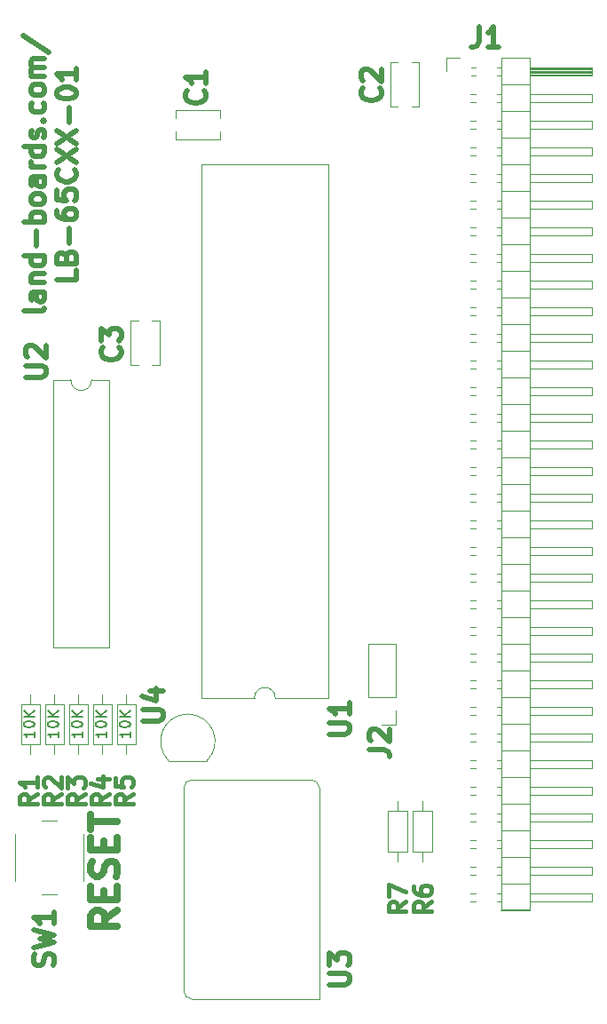
<source format=gto>
G04 #@! TF.GenerationSoftware,KiCad,Pcbnew,(7.0.0)*
G04 #@! TF.CreationDate,2024-08-22T13:09:56-04:00*
G04 #@! TF.ProjectId,LB-65CXX-01,4c422d36-3543-4585-982d-30312e6b6963,1*
G04 #@! TF.SameCoordinates,Original*
G04 #@! TF.FileFunction,Legend,Top*
G04 #@! TF.FilePolarity,Positive*
%FSLAX46Y46*%
G04 Gerber Fmt 4.6, Leading zero omitted, Abs format (unit mm)*
G04 Created by KiCad (PCBNEW (7.0.0)) date 2024-08-22 13:09:56*
%MOMM*%
%LPD*%
G01*
G04 APERTURE LIST*
%ADD10C,0.635000*%
%ADD11C,0.476250*%
%ADD12C,0.412750*%
%ADD13C,0.150000*%
%ADD14C,0.120000*%
G04 APERTURE END LIST*
D10*
X144697147Y-134626047D02*
X143487623Y-135472714D01*
X144697147Y-136077476D02*
X142157147Y-136077476D01*
X142157147Y-136077476D02*
X142157147Y-135109857D01*
X142157147Y-135109857D02*
X142278100Y-134867952D01*
X142278100Y-134867952D02*
X142399052Y-134746999D01*
X142399052Y-134746999D02*
X142640957Y-134626047D01*
X142640957Y-134626047D02*
X143003814Y-134626047D01*
X143003814Y-134626047D02*
X143245719Y-134746999D01*
X143245719Y-134746999D02*
X143366671Y-134867952D01*
X143366671Y-134867952D02*
X143487623Y-135109857D01*
X143487623Y-135109857D02*
X143487623Y-136077476D01*
X143366671Y-133537476D02*
X143366671Y-132690809D01*
X144697147Y-132327952D02*
X144697147Y-133537476D01*
X144697147Y-133537476D02*
X142157147Y-133537476D01*
X142157147Y-133537476D02*
X142157147Y-132327952D01*
X144576195Y-131360333D02*
X144697147Y-130997476D01*
X144697147Y-130997476D02*
X144697147Y-130392714D01*
X144697147Y-130392714D02*
X144576195Y-130150809D01*
X144576195Y-130150809D02*
X144455242Y-130029857D01*
X144455242Y-130029857D02*
X144213338Y-129908904D01*
X144213338Y-129908904D02*
X143971433Y-129908904D01*
X143971433Y-129908904D02*
X143729528Y-130029857D01*
X143729528Y-130029857D02*
X143608576Y-130150809D01*
X143608576Y-130150809D02*
X143487623Y-130392714D01*
X143487623Y-130392714D02*
X143366671Y-130876523D01*
X143366671Y-130876523D02*
X143245719Y-131118428D01*
X143245719Y-131118428D02*
X143124766Y-131239381D01*
X143124766Y-131239381D02*
X142882861Y-131360333D01*
X142882861Y-131360333D02*
X142640957Y-131360333D01*
X142640957Y-131360333D02*
X142399052Y-131239381D01*
X142399052Y-131239381D02*
X142278100Y-131118428D01*
X142278100Y-131118428D02*
X142157147Y-130876523D01*
X142157147Y-130876523D02*
X142157147Y-130271762D01*
X142157147Y-130271762D02*
X142278100Y-129908904D01*
X143366671Y-128820333D02*
X143366671Y-127973666D01*
X144697147Y-127610809D02*
X144697147Y-128820333D01*
X144697147Y-128820333D02*
X142157147Y-128820333D01*
X142157147Y-128820333D02*
X142157147Y-127610809D01*
X142157147Y-126885095D02*
X142157147Y-125433666D01*
X144697147Y-126159380D02*
X142157147Y-126159380D01*
D11*
X137713810Y-77185154D02*
X137623096Y-77366583D01*
X137623096Y-77366583D02*
X137441667Y-77457297D01*
X137441667Y-77457297D02*
X135808810Y-77457297D01*
X137713810Y-75643012D02*
X136715953Y-75643012D01*
X136715953Y-75643012D02*
X136534525Y-75733726D01*
X136534525Y-75733726D02*
X136443810Y-75915154D01*
X136443810Y-75915154D02*
X136443810Y-76278012D01*
X136443810Y-76278012D02*
X136534525Y-76459440D01*
X137623096Y-75643012D02*
X137713810Y-75824440D01*
X137713810Y-75824440D02*
X137713810Y-76278012D01*
X137713810Y-76278012D02*
X137623096Y-76459440D01*
X137623096Y-76459440D02*
X137441667Y-76550154D01*
X137441667Y-76550154D02*
X137260239Y-76550154D01*
X137260239Y-76550154D02*
X137078810Y-76459440D01*
X137078810Y-76459440D02*
X136988096Y-76278012D01*
X136988096Y-76278012D02*
X136988096Y-75824440D01*
X136988096Y-75824440D02*
X136897382Y-75643012D01*
X136443810Y-74735869D02*
X137713810Y-74735869D01*
X136625239Y-74735869D02*
X136534525Y-74645155D01*
X136534525Y-74645155D02*
X136443810Y-74463726D01*
X136443810Y-74463726D02*
X136443810Y-74191583D01*
X136443810Y-74191583D02*
X136534525Y-74010155D01*
X136534525Y-74010155D02*
X136715953Y-73919441D01*
X136715953Y-73919441D02*
X137713810Y-73919441D01*
X137713810Y-72195870D02*
X135808810Y-72195870D01*
X137623096Y-72195870D02*
X137713810Y-72377298D01*
X137713810Y-72377298D02*
X137713810Y-72740155D01*
X137713810Y-72740155D02*
X137623096Y-72921584D01*
X137623096Y-72921584D02*
X137532382Y-73012298D01*
X137532382Y-73012298D02*
X137350953Y-73103012D01*
X137350953Y-73103012D02*
X136806667Y-73103012D01*
X136806667Y-73103012D02*
X136625239Y-73012298D01*
X136625239Y-73012298D02*
X136534525Y-72921584D01*
X136534525Y-72921584D02*
X136443810Y-72740155D01*
X136443810Y-72740155D02*
X136443810Y-72377298D01*
X136443810Y-72377298D02*
X136534525Y-72195870D01*
X136988096Y-71288727D02*
X136988096Y-69837299D01*
X137713810Y-68930156D02*
X135808810Y-68930156D01*
X136534525Y-68930156D02*
X136443810Y-68748728D01*
X136443810Y-68748728D02*
X136443810Y-68385870D01*
X136443810Y-68385870D02*
X136534525Y-68204442D01*
X136534525Y-68204442D02*
X136625239Y-68113728D01*
X136625239Y-68113728D02*
X136806667Y-68023013D01*
X136806667Y-68023013D02*
X137350953Y-68023013D01*
X137350953Y-68023013D02*
X137532382Y-68113728D01*
X137532382Y-68113728D02*
X137623096Y-68204442D01*
X137623096Y-68204442D02*
X137713810Y-68385870D01*
X137713810Y-68385870D02*
X137713810Y-68748728D01*
X137713810Y-68748728D02*
X137623096Y-68930156D01*
X137713810Y-66934442D02*
X137623096Y-67115871D01*
X137623096Y-67115871D02*
X137532382Y-67206585D01*
X137532382Y-67206585D02*
X137350953Y-67297299D01*
X137350953Y-67297299D02*
X136806667Y-67297299D01*
X136806667Y-67297299D02*
X136625239Y-67206585D01*
X136625239Y-67206585D02*
X136534525Y-67115871D01*
X136534525Y-67115871D02*
X136443810Y-66934442D01*
X136443810Y-66934442D02*
X136443810Y-66662299D01*
X136443810Y-66662299D02*
X136534525Y-66480871D01*
X136534525Y-66480871D02*
X136625239Y-66390157D01*
X136625239Y-66390157D02*
X136806667Y-66299442D01*
X136806667Y-66299442D02*
X137350953Y-66299442D01*
X137350953Y-66299442D02*
X137532382Y-66390157D01*
X137532382Y-66390157D02*
X137623096Y-66480871D01*
X137623096Y-66480871D02*
X137713810Y-66662299D01*
X137713810Y-66662299D02*
X137713810Y-66934442D01*
X137713810Y-64666586D02*
X136715953Y-64666586D01*
X136715953Y-64666586D02*
X136534525Y-64757300D01*
X136534525Y-64757300D02*
X136443810Y-64938728D01*
X136443810Y-64938728D02*
X136443810Y-65301586D01*
X136443810Y-65301586D02*
X136534525Y-65483014D01*
X137623096Y-64666586D02*
X137713810Y-64848014D01*
X137713810Y-64848014D02*
X137713810Y-65301586D01*
X137713810Y-65301586D02*
X137623096Y-65483014D01*
X137623096Y-65483014D02*
X137441667Y-65573728D01*
X137441667Y-65573728D02*
X137260239Y-65573728D01*
X137260239Y-65573728D02*
X137078810Y-65483014D01*
X137078810Y-65483014D02*
X136988096Y-65301586D01*
X136988096Y-65301586D02*
X136988096Y-64848014D01*
X136988096Y-64848014D02*
X136897382Y-64666586D01*
X137713810Y-63759443D02*
X136443810Y-63759443D01*
X136806667Y-63759443D02*
X136625239Y-63668729D01*
X136625239Y-63668729D02*
X136534525Y-63578015D01*
X136534525Y-63578015D02*
X136443810Y-63396586D01*
X136443810Y-63396586D02*
X136443810Y-63215157D01*
X137713810Y-61763729D02*
X135808810Y-61763729D01*
X137623096Y-61763729D02*
X137713810Y-61945157D01*
X137713810Y-61945157D02*
X137713810Y-62308014D01*
X137713810Y-62308014D02*
X137623096Y-62489443D01*
X137623096Y-62489443D02*
X137532382Y-62580157D01*
X137532382Y-62580157D02*
X137350953Y-62670871D01*
X137350953Y-62670871D02*
X136806667Y-62670871D01*
X136806667Y-62670871D02*
X136625239Y-62580157D01*
X136625239Y-62580157D02*
X136534525Y-62489443D01*
X136534525Y-62489443D02*
X136443810Y-62308014D01*
X136443810Y-62308014D02*
X136443810Y-61945157D01*
X136443810Y-61945157D02*
X136534525Y-61763729D01*
X137623096Y-60947300D02*
X137713810Y-60765872D01*
X137713810Y-60765872D02*
X137713810Y-60403015D01*
X137713810Y-60403015D02*
X137623096Y-60221586D01*
X137623096Y-60221586D02*
X137441667Y-60130872D01*
X137441667Y-60130872D02*
X137350953Y-60130872D01*
X137350953Y-60130872D02*
X137169525Y-60221586D01*
X137169525Y-60221586D02*
X137078810Y-60403015D01*
X137078810Y-60403015D02*
X137078810Y-60675158D01*
X137078810Y-60675158D02*
X136988096Y-60856586D01*
X136988096Y-60856586D02*
X136806667Y-60947300D01*
X136806667Y-60947300D02*
X136715953Y-60947300D01*
X136715953Y-60947300D02*
X136534525Y-60856586D01*
X136534525Y-60856586D02*
X136443810Y-60675158D01*
X136443810Y-60675158D02*
X136443810Y-60403015D01*
X136443810Y-60403015D02*
X136534525Y-60221586D01*
X137532382Y-59314443D02*
X137623096Y-59223729D01*
X137623096Y-59223729D02*
X137713810Y-59314443D01*
X137713810Y-59314443D02*
X137623096Y-59405157D01*
X137623096Y-59405157D02*
X137532382Y-59314443D01*
X137532382Y-59314443D02*
X137713810Y-59314443D01*
X137623096Y-57590872D02*
X137713810Y-57772300D01*
X137713810Y-57772300D02*
X137713810Y-58135157D01*
X137713810Y-58135157D02*
X137623096Y-58316586D01*
X137623096Y-58316586D02*
X137532382Y-58407300D01*
X137532382Y-58407300D02*
X137350953Y-58498014D01*
X137350953Y-58498014D02*
X136806667Y-58498014D01*
X136806667Y-58498014D02*
X136625239Y-58407300D01*
X136625239Y-58407300D02*
X136534525Y-58316586D01*
X136534525Y-58316586D02*
X136443810Y-58135157D01*
X136443810Y-58135157D02*
X136443810Y-57772300D01*
X136443810Y-57772300D02*
X136534525Y-57590872D01*
X137713810Y-56502300D02*
X137623096Y-56683729D01*
X137623096Y-56683729D02*
X137532382Y-56774443D01*
X137532382Y-56774443D02*
X137350953Y-56865157D01*
X137350953Y-56865157D02*
X136806667Y-56865157D01*
X136806667Y-56865157D02*
X136625239Y-56774443D01*
X136625239Y-56774443D02*
X136534525Y-56683729D01*
X136534525Y-56683729D02*
X136443810Y-56502300D01*
X136443810Y-56502300D02*
X136443810Y-56230157D01*
X136443810Y-56230157D02*
X136534525Y-56048729D01*
X136534525Y-56048729D02*
X136625239Y-55958015D01*
X136625239Y-55958015D02*
X136806667Y-55867300D01*
X136806667Y-55867300D02*
X137350953Y-55867300D01*
X137350953Y-55867300D02*
X137532382Y-55958015D01*
X137532382Y-55958015D02*
X137623096Y-56048729D01*
X137623096Y-56048729D02*
X137713810Y-56230157D01*
X137713810Y-56230157D02*
X137713810Y-56502300D01*
X137713810Y-55050872D02*
X136443810Y-55050872D01*
X136625239Y-55050872D02*
X136534525Y-54960158D01*
X136534525Y-54960158D02*
X136443810Y-54778729D01*
X136443810Y-54778729D02*
X136443810Y-54506586D01*
X136443810Y-54506586D02*
X136534525Y-54325158D01*
X136534525Y-54325158D02*
X136715953Y-54234444D01*
X136715953Y-54234444D02*
X137713810Y-54234444D01*
X136715953Y-54234444D02*
X136534525Y-54143729D01*
X136534525Y-54143729D02*
X136443810Y-53962301D01*
X136443810Y-53962301D02*
X136443810Y-53690158D01*
X136443810Y-53690158D02*
X136534525Y-53508729D01*
X136534525Y-53508729D02*
X136715953Y-53418015D01*
X136715953Y-53418015D02*
X137713810Y-53418015D01*
X135718096Y-51150158D02*
X138167382Y-52783015D01*
X140799910Y-73556585D02*
X140799910Y-74463728D01*
X140799910Y-74463728D02*
X138894910Y-74463728D01*
X139802053Y-72286585D02*
X139892767Y-72014442D01*
X139892767Y-72014442D02*
X139983482Y-71923728D01*
X139983482Y-71923728D02*
X140164910Y-71833014D01*
X140164910Y-71833014D02*
X140437053Y-71833014D01*
X140437053Y-71833014D02*
X140618482Y-71923728D01*
X140618482Y-71923728D02*
X140709196Y-72014442D01*
X140709196Y-72014442D02*
X140799910Y-72195871D01*
X140799910Y-72195871D02*
X140799910Y-72921585D01*
X140799910Y-72921585D02*
X138894910Y-72921585D01*
X138894910Y-72921585D02*
X138894910Y-72286585D01*
X138894910Y-72286585D02*
X138985625Y-72105157D01*
X138985625Y-72105157D02*
X139076339Y-72014442D01*
X139076339Y-72014442D02*
X139257767Y-71923728D01*
X139257767Y-71923728D02*
X139439196Y-71923728D01*
X139439196Y-71923728D02*
X139620625Y-72014442D01*
X139620625Y-72014442D02*
X139711339Y-72105157D01*
X139711339Y-72105157D02*
X139802053Y-72286585D01*
X139802053Y-72286585D02*
X139802053Y-72921585D01*
X140074196Y-71016585D02*
X140074196Y-69565157D01*
X138894910Y-67841586D02*
X138894910Y-68204443D01*
X138894910Y-68204443D02*
X138985625Y-68385871D01*
X138985625Y-68385871D02*
X139076339Y-68476586D01*
X139076339Y-68476586D02*
X139348482Y-68658014D01*
X139348482Y-68658014D02*
X139711339Y-68748728D01*
X139711339Y-68748728D02*
X140437053Y-68748728D01*
X140437053Y-68748728D02*
X140618482Y-68658014D01*
X140618482Y-68658014D02*
X140709196Y-68567300D01*
X140709196Y-68567300D02*
X140799910Y-68385871D01*
X140799910Y-68385871D02*
X140799910Y-68023014D01*
X140799910Y-68023014D02*
X140709196Y-67841586D01*
X140709196Y-67841586D02*
X140618482Y-67750871D01*
X140618482Y-67750871D02*
X140437053Y-67660157D01*
X140437053Y-67660157D02*
X139983482Y-67660157D01*
X139983482Y-67660157D02*
X139802053Y-67750871D01*
X139802053Y-67750871D02*
X139711339Y-67841586D01*
X139711339Y-67841586D02*
X139620625Y-68023014D01*
X139620625Y-68023014D02*
X139620625Y-68385871D01*
X139620625Y-68385871D02*
X139711339Y-68567300D01*
X139711339Y-68567300D02*
X139802053Y-68658014D01*
X139802053Y-68658014D02*
X139983482Y-68748728D01*
X138894910Y-65936585D02*
X138894910Y-66843728D01*
X138894910Y-66843728D02*
X139802053Y-66934442D01*
X139802053Y-66934442D02*
X139711339Y-66843728D01*
X139711339Y-66843728D02*
X139620625Y-66662300D01*
X139620625Y-66662300D02*
X139620625Y-66208728D01*
X139620625Y-66208728D02*
X139711339Y-66027300D01*
X139711339Y-66027300D02*
X139802053Y-65936585D01*
X139802053Y-65936585D02*
X139983482Y-65845871D01*
X139983482Y-65845871D02*
X140437053Y-65845871D01*
X140437053Y-65845871D02*
X140618482Y-65936585D01*
X140618482Y-65936585D02*
X140709196Y-66027300D01*
X140709196Y-66027300D02*
X140799910Y-66208728D01*
X140799910Y-66208728D02*
X140799910Y-66662300D01*
X140799910Y-66662300D02*
X140709196Y-66843728D01*
X140709196Y-66843728D02*
X140618482Y-66934442D01*
X140618482Y-63940871D02*
X140709196Y-64031585D01*
X140709196Y-64031585D02*
X140799910Y-64303728D01*
X140799910Y-64303728D02*
X140799910Y-64485156D01*
X140799910Y-64485156D02*
X140709196Y-64757299D01*
X140709196Y-64757299D02*
X140527767Y-64938728D01*
X140527767Y-64938728D02*
X140346339Y-65029442D01*
X140346339Y-65029442D02*
X139983482Y-65120156D01*
X139983482Y-65120156D02*
X139711339Y-65120156D01*
X139711339Y-65120156D02*
X139348482Y-65029442D01*
X139348482Y-65029442D02*
X139167053Y-64938728D01*
X139167053Y-64938728D02*
X138985625Y-64757299D01*
X138985625Y-64757299D02*
X138894910Y-64485156D01*
X138894910Y-64485156D02*
X138894910Y-64303728D01*
X138894910Y-64303728D02*
X138985625Y-64031585D01*
X138985625Y-64031585D02*
X139076339Y-63940871D01*
X138894910Y-63305871D02*
X140799910Y-62035871D01*
X138894910Y-62035871D02*
X140799910Y-63305871D01*
X138894910Y-61491585D02*
X140799910Y-60221585D01*
X138894910Y-60221585D02*
X140799910Y-61491585D01*
X140074196Y-59495870D02*
X140074196Y-58044442D01*
X138894910Y-56774442D02*
X138894910Y-56593013D01*
X138894910Y-56593013D02*
X138985625Y-56411585D01*
X138985625Y-56411585D02*
X139076339Y-56320871D01*
X139076339Y-56320871D02*
X139257767Y-56230156D01*
X139257767Y-56230156D02*
X139620625Y-56139442D01*
X139620625Y-56139442D02*
X140074196Y-56139442D01*
X140074196Y-56139442D02*
X140437053Y-56230156D01*
X140437053Y-56230156D02*
X140618482Y-56320871D01*
X140618482Y-56320871D02*
X140709196Y-56411585D01*
X140709196Y-56411585D02*
X140799910Y-56593013D01*
X140799910Y-56593013D02*
X140799910Y-56774442D01*
X140799910Y-56774442D02*
X140709196Y-56955871D01*
X140709196Y-56955871D02*
X140618482Y-57046585D01*
X140618482Y-57046585D02*
X140437053Y-57137299D01*
X140437053Y-57137299D02*
X140074196Y-57228013D01*
X140074196Y-57228013D02*
X139620625Y-57228013D01*
X139620625Y-57228013D02*
X139257767Y-57137299D01*
X139257767Y-57137299D02*
X139076339Y-57046585D01*
X139076339Y-57046585D02*
X138985625Y-56955871D01*
X138985625Y-56955871D02*
X138894910Y-56774442D01*
X140799910Y-54325156D02*
X140799910Y-55413727D01*
X140799910Y-54869442D02*
X138894910Y-54869442D01*
X138894910Y-54869442D02*
X139167053Y-55050870D01*
X139167053Y-55050870D02*
X139348482Y-55232299D01*
X139348482Y-55232299D02*
X139439196Y-55413727D01*
X179197000Y-50356860D02*
X179197000Y-51717575D01*
X179197000Y-51717575D02*
X179106285Y-51989717D01*
X179106285Y-51989717D02*
X178924857Y-52171146D01*
X178924857Y-52171146D02*
X178652714Y-52261860D01*
X178652714Y-52261860D02*
X178471285Y-52261860D01*
X181102000Y-52261860D02*
X180013429Y-52261860D01*
X180557714Y-52261860D02*
X180557714Y-50356860D01*
X180557714Y-50356860D02*
X180376286Y-50629003D01*
X180376286Y-50629003D02*
X180194857Y-50810432D01*
X180194857Y-50810432D02*
X180013429Y-50901146D01*
X164910860Y-117783428D02*
X166453003Y-117783428D01*
X166453003Y-117783428D02*
X166634432Y-117692714D01*
X166634432Y-117692714D02*
X166725146Y-117602000D01*
X166725146Y-117602000D02*
X166815860Y-117420571D01*
X166815860Y-117420571D02*
X166815860Y-117057714D01*
X166815860Y-117057714D02*
X166725146Y-116876285D01*
X166725146Y-116876285D02*
X166634432Y-116785571D01*
X166634432Y-116785571D02*
X166453003Y-116694857D01*
X166453003Y-116694857D02*
X164910860Y-116694857D01*
X166815860Y-114789857D02*
X166815860Y-115878428D01*
X166815860Y-115334143D02*
X164910860Y-115334143D01*
X164910860Y-115334143D02*
X165183003Y-115515571D01*
X165183003Y-115515571D02*
X165364432Y-115697000D01*
X165364432Y-115697000D02*
X165455146Y-115878428D01*
D12*
X172208946Y-133752166D02*
X171422756Y-134302499D01*
X172208946Y-134695594D02*
X170557946Y-134695594D01*
X170557946Y-134695594D02*
X170557946Y-134066642D01*
X170557946Y-134066642D02*
X170636566Y-133909404D01*
X170636566Y-133909404D02*
X170715185Y-133830785D01*
X170715185Y-133830785D02*
X170872423Y-133752166D01*
X170872423Y-133752166D02*
X171108280Y-133752166D01*
X171108280Y-133752166D02*
X171265518Y-133830785D01*
X171265518Y-133830785D02*
X171344137Y-133909404D01*
X171344137Y-133909404D02*
X171422756Y-134066642D01*
X171422756Y-134066642D02*
X171422756Y-134695594D01*
X170557946Y-133201832D02*
X170557946Y-132101166D01*
X170557946Y-132101166D02*
X172208946Y-132808737D01*
X146148546Y-123465166D02*
X145362356Y-124015499D01*
X146148546Y-124408594D02*
X144497546Y-124408594D01*
X144497546Y-124408594D02*
X144497546Y-123779642D01*
X144497546Y-123779642D02*
X144576166Y-123622404D01*
X144576166Y-123622404D02*
X144654785Y-123543785D01*
X144654785Y-123543785D02*
X144812023Y-123465166D01*
X144812023Y-123465166D02*
X145047880Y-123465166D01*
X145047880Y-123465166D02*
X145205118Y-123543785D01*
X145205118Y-123543785D02*
X145283737Y-123622404D01*
X145283737Y-123622404D02*
X145362356Y-123779642D01*
X145362356Y-123779642D02*
X145362356Y-124408594D01*
X144497546Y-121971404D02*
X144497546Y-122757594D01*
X144497546Y-122757594D02*
X145283737Y-122836213D01*
X145283737Y-122836213D02*
X145205118Y-122757594D01*
X145205118Y-122757594D02*
X145126499Y-122600356D01*
X145126499Y-122600356D02*
X145126499Y-122207261D01*
X145126499Y-122207261D02*
X145205118Y-122050023D01*
X145205118Y-122050023D02*
X145283737Y-121971404D01*
X145283737Y-121971404D02*
X145440975Y-121892785D01*
X145440975Y-121892785D02*
X145834070Y-121892785D01*
X145834070Y-121892785D02*
X145991308Y-121971404D01*
X145991308Y-121971404D02*
X146069927Y-122050023D01*
X146069927Y-122050023D02*
X146148546Y-122207261D01*
X146148546Y-122207261D02*
X146148546Y-122600356D01*
X146148546Y-122600356D02*
X146069927Y-122757594D01*
X146069927Y-122757594D02*
X145991308Y-122836213D01*
D13*
X145909380Y-117530476D02*
X145909380Y-118101904D01*
X145909380Y-117816190D02*
X144909380Y-117816190D01*
X144909380Y-117816190D02*
X145052238Y-117911428D01*
X145052238Y-117911428D02*
X145147476Y-118006666D01*
X145147476Y-118006666D02*
X145195095Y-118101904D01*
X144909380Y-116911428D02*
X144909380Y-116816190D01*
X144909380Y-116816190D02*
X144957000Y-116720952D01*
X144957000Y-116720952D02*
X145004619Y-116673333D01*
X145004619Y-116673333D02*
X145099857Y-116625714D01*
X145099857Y-116625714D02*
X145290333Y-116578095D01*
X145290333Y-116578095D02*
X145528428Y-116578095D01*
X145528428Y-116578095D02*
X145718904Y-116625714D01*
X145718904Y-116625714D02*
X145814142Y-116673333D01*
X145814142Y-116673333D02*
X145861761Y-116720952D01*
X145861761Y-116720952D02*
X145909380Y-116816190D01*
X145909380Y-116816190D02*
X145909380Y-116911428D01*
X145909380Y-116911428D02*
X145861761Y-117006666D01*
X145861761Y-117006666D02*
X145814142Y-117054285D01*
X145814142Y-117054285D02*
X145718904Y-117101904D01*
X145718904Y-117101904D02*
X145528428Y-117149523D01*
X145528428Y-117149523D02*
X145290333Y-117149523D01*
X145290333Y-117149523D02*
X145099857Y-117101904D01*
X145099857Y-117101904D02*
X145004619Y-117054285D01*
X145004619Y-117054285D02*
X144957000Y-117006666D01*
X144957000Y-117006666D02*
X144909380Y-116911428D01*
X145909380Y-116149523D02*
X144909380Y-116149523D01*
X145909380Y-115578095D02*
X145337952Y-116006666D01*
X144909380Y-115578095D02*
X145480809Y-116149523D01*
D12*
X141576546Y-123465166D02*
X140790356Y-124015499D01*
X141576546Y-124408594D02*
X139925546Y-124408594D01*
X139925546Y-124408594D02*
X139925546Y-123779642D01*
X139925546Y-123779642D02*
X140004166Y-123622404D01*
X140004166Y-123622404D02*
X140082785Y-123543785D01*
X140082785Y-123543785D02*
X140240023Y-123465166D01*
X140240023Y-123465166D02*
X140475880Y-123465166D01*
X140475880Y-123465166D02*
X140633118Y-123543785D01*
X140633118Y-123543785D02*
X140711737Y-123622404D01*
X140711737Y-123622404D02*
X140790356Y-123779642D01*
X140790356Y-123779642D02*
X140790356Y-124408594D01*
X139925546Y-122914832D02*
X139925546Y-121892785D01*
X139925546Y-121892785D02*
X140554499Y-122443118D01*
X140554499Y-122443118D02*
X140554499Y-122207261D01*
X140554499Y-122207261D02*
X140633118Y-122050023D01*
X140633118Y-122050023D02*
X140711737Y-121971404D01*
X140711737Y-121971404D02*
X140868975Y-121892785D01*
X140868975Y-121892785D02*
X141262070Y-121892785D01*
X141262070Y-121892785D02*
X141419308Y-121971404D01*
X141419308Y-121971404D02*
X141497927Y-122050023D01*
X141497927Y-122050023D02*
X141576546Y-122207261D01*
X141576546Y-122207261D02*
X141576546Y-122678975D01*
X141576546Y-122678975D02*
X141497927Y-122836213D01*
X141497927Y-122836213D02*
X141419308Y-122914832D01*
D13*
X141337380Y-117530476D02*
X141337380Y-118101904D01*
X141337380Y-117816190D02*
X140337380Y-117816190D01*
X140337380Y-117816190D02*
X140480238Y-117911428D01*
X140480238Y-117911428D02*
X140575476Y-118006666D01*
X140575476Y-118006666D02*
X140623095Y-118101904D01*
X140337380Y-116911428D02*
X140337380Y-116816190D01*
X140337380Y-116816190D02*
X140385000Y-116720952D01*
X140385000Y-116720952D02*
X140432619Y-116673333D01*
X140432619Y-116673333D02*
X140527857Y-116625714D01*
X140527857Y-116625714D02*
X140718333Y-116578095D01*
X140718333Y-116578095D02*
X140956428Y-116578095D01*
X140956428Y-116578095D02*
X141146904Y-116625714D01*
X141146904Y-116625714D02*
X141242142Y-116673333D01*
X141242142Y-116673333D02*
X141289761Y-116720952D01*
X141289761Y-116720952D02*
X141337380Y-116816190D01*
X141337380Y-116816190D02*
X141337380Y-116911428D01*
X141337380Y-116911428D02*
X141289761Y-117006666D01*
X141289761Y-117006666D02*
X141242142Y-117054285D01*
X141242142Y-117054285D02*
X141146904Y-117101904D01*
X141146904Y-117101904D02*
X140956428Y-117149523D01*
X140956428Y-117149523D02*
X140718333Y-117149523D01*
X140718333Y-117149523D02*
X140527857Y-117101904D01*
X140527857Y-117101904D02*
X140432619Y-117054285D01*
X140432619Y-117054285D02*
X140385000Y-117006666D01*
X140385000Y-117006666D02*
X140337380Y-116911428D01*
X141337380Y-116149523D02*
X140337380Y-116149523D01*
X141337380Y-115578095D02*
X140765952Y-116006666D01*
X140337380Y-115578095D02*
X140908809Y-116149523D01*
D12*
X137004546Y-123465166D02*
X136218356Y-124015499D01*
X137004546Y-124408594D02*
X135353546Y-124408594D01*
X135353546Y-124408594D02*
X135353546Y-123779642D01*
X135353546Y-123779642D02*
X135432166Y-123622404D01*
X135432166Y-123622404D02*
X135510785Y-123543785D01*
X135510785Y-123543785D02*
X135668023Y-123465166D01*
X135668023Y-123465166D02*
X135903880Y-123465166D01*
X135903880Y-123465166D02*
X136061118Y-123543785D01*
X136061118Y-123543785D02*
X136139737Y-123622404D01*
X136139737Y-123622404D02*
X136218356Y-123779642D01*
X136218356Y-123779642D02*
X136218356Y-124408594D01*
X137004546Y-121892785D02*
X137004546Y-122836213D01*
X137004546Y-122364499D02*
X135353546Y-122364499D01*
X135353546Y-122364499D02*
X135589404Y-122521737D01*
X135589404Y-122521737D02*
X135746642Y-122678975D01*
X135746642Y-122678975D02*
X135825261Y-122836213D01*
D13*
X136765380Y-117530476D02*
X136765380Y-118101904D01*
X136765380Y-117816190D02*
X135765380Y-117816190D01*
X135765380Y-117816190D02*
X135908238Y-117911428D01*
X135908238Y-117911428D02*
X136003476Y-118006666D01*
X136003476Y-118006666D02*
X136051095Y-118101904D01*
X135765380Y-116911428D02*
X135765380Y-116816190D01*
X135765380Y-116816190D02*
X135813000Y-116720952D01*
X135813000Y-116720952D02*
X135860619Y-116673333D01*
X135860619Y-116673333D02*
X135955857Y-116625714D01*
X135955857Y-116625714D02*
X136146333Y-116578095D01*
X136146333Y-116578095D02*
X136384428Y-116578095D01*
X136384428Y-116578095D02*
X136574904Y-116625714D01*
X136574904Y-116625714D02*
X136670142Y-116673333D01*
X136670142Y-116673333D02*
X136717761Y-116720952D01*
X136717761Y-116720952D02*
X136765380Y-116816190D01*
X136765380Y-116816190D02*
X136765380Y-116911428D01*
X136765380Y-116911428D02*
X136717761Y-117006666D01*
X136717761Y-117006666D02*
X136670142Y-117054285D01*
X136670142Y-117054285D02*
X136574904Y-117101904D01*
X136574904Y-117101904D02*
X136384428Y-117149523D01*
X136384428Y-117149523D02*
X136146333Y-117149523D01*
X136146333Y-117149523D02*
X135955857Y-117101904D01*
X135955857Y-117101904D02*
X135860619Y-117054285D01*
X135860619Y-117054285D02*
X135813000Y-117006666D01*
X135813000Y-117006666D02*
X135765380Y-116911428D01*
X136765380Y-116149523D02*
X135765380Y-116149523D01*
X136765380Y-115578095D02*
X136193952Y-116006666D01*
X135765380Y-115578095D02*
X136336809Y-116149523D01*
D11*
X147130860Y-116513428D02*
X148673003Y-116513428D01*
X148673003Y-116513428D02*
X148854432Y-116422714D01*
X148854432Y-116422714D02*
X148945146Y-116332000D01*
X148945146Y-116332000D02*
X149035860Y-116150571D01*
X149035860Y-116150571D02*
X149035860Y-115787714D01*
X149035860Y-115787714D02*
X148945146Y-115606285D01*
X148945146Y-115606285D02*
X148854432Y-115515571D01*
X148854432Y-115515571D02*
X148673003Y-115424857D01*
X148673003Y-115424857D02*
X147130860Y-115424857D01*
X147765860Y-113701286D02*
X149035860Y-113701286D01*
X147040146Y-114154857D02*
X148400860Y-114608428D01*
X148400860Y-114608428D02*
X148400860Y-113429143D01*
D12*
X143862546Y-123465166D02*
X143076356Y-124015499D01*
X143862546Y-124408594D02*
X142211546Y-124408594D01*
X142211546Y-124408594D02*
X142211546Y-123779642D01*
X142211546Y-123779642D02*
X142290166Y-123622404D01*
X142290166Y-123622404D02*
X142368785Y-123543785D01*
X142368785Y-123543785D02*
X142526023Y-123465166D01*
X142526023Y-123465166D02*
X142761880Y-123465166D01*
X142761880Y-123465166D02*
X142919118Y-123543785D01*
X142919118Y-123543785D02*
X142997737Y-123622404D01*
X142997737Y-123622404D02*
X143076356Y-123779642D01*
X143076356Y-123779642D02*
X143076356Y-124408594D01*
X142761880Y-122050023D02*
X143862546Y-122050023D01*
X142132927Y-122443118D02*
X143312213Y-122836213D01*
X143312213Y-122836213D02*
X143312213Y-121814166D01*
D13*
X143623380Y-117530476D02*
X143623380Y-118101904D01*
X143623380Y-117816190D02*
X142623380Y-117816190D01*
X142623380Y-117816190D02*
X142766238Y-117911428D01*
X142766238Y-117911428D02*
X142861476Y-118006666D01*
X142861476Y-118006666D02*
X142909095Y-118101904D01*
X142623380Y-116911428D02*
X142623380Y-116816190D01*
X142623380Y-116816190D02*
X142671000Y-116720952D01*
X142671000Y-116720952D02*
X142718619Y-116673333D01*
X142718619Y-116673333D02*
X142813857Y-116625714D01*
X142813857Y-116625714D02*
X143004333Y-116578095D01*
X143004333Y-116578095D02*
X143242428Y-116578095D01*
X143242428Y-116578095D02*
X143432904Y-116625714D01*
X143432904Y-116625714D02*
X143528142Y-116673333D01*
X143528142Y-116673333D02*
X143575761Y-116720952D01*
X143575761Y-116720952D02*
X143623380Y-116816190D01*
X143623380Y-116816190D02*
X143623380Y-116911428D01*
X143623380Y-116911428D02*
X143575761Y-117006666D01*
X143575761Y-117006666D02*
X143528142Y-117054285D01*
X143528142Y-117054285D02*
X143432904Y-117101904D01*
X143432904Y-117101904D02*
X143242428Y-117149523D01*
X143242428Y-117149523D02*
X143004333Y-117149523D01*
X143004333Y-117149523D02*
X142813857Y-117101904D01*
X142813857Y-117101904D02*
X142718619Y-117054285D01*
X142718619Y-117054285D02*
X142671000Y-117006666D01*
X142671000Y-117006666D02*
X142623380Y-116911428D01*
X143623380Y-116149523D02*
X142623380Y-116149523D01*
X143623380Y-115578095D02*
X143051952Y-116006666D01*
X142623380Y-115578095D02*
X143194809Y-116149523D01*
D11*
X168720860Y-119252999D02*
X170081575Y-119252999D01*
X170081575Y-119252999D02*
X170353717Y-119343714D01*
X170353717Y-119343714D02*
X170535146Y-119525142D01*
X170535146Y-119525142D02*
X170625860Y-119797285D01*
X170625860Y-119797285D02*
X170625860Y-119978714D01*
X168902289Y-118436570D02*
X168811575Y-118345856D01*
X168811575Y-118345856D02*
X168720860Y-118164428D01*
X168720860Y-118164428D02*
X168720860Y-117710856D01*
X168720860Y-117710856D02*
X168811575Y-117529428D01*
X168811575Y-117529428D02*
X168902289Y-117438713D01*
X168902289Y-117438713D02*
X169083717Y-117347999D01*
X169083717Y-117347999D02*
X169265146Y-117347999D01*
X169265146Y-117347999D02*
X169537289Y-117438713D01*
X169537289Y-117438713D02*
X170625860Y-118527285D01*
X170625860Y-118527285D02*
X170625860Y-117347999D01*
D12*
X174621946Y-133752166D02*
X173835756Y-134302499D01*
X174621946Y-134695594D02*
X172970946Y-134695594D01*
X172970946Y-134695594D02*
X172970946Y-134066642D01*
X172970946Y-134066642D02*
X173049566Y-133909404D01*
X173049566Y-133909404D02*
X173128185Y-133830785D01*
X173128185Y-133830785D02*
X173285423Y-133752166D01*
X173285423Y-133752166D02*
X173521280Y-133752166D01*
X173521280Y-133752166D02*
X173678518Y-133830785D01*
X173678518Y-133830785D02*
X173757137Y-133909404D01*
X173757137Y-133909404D02*
X173835756Y-134066642D01*
X173835756Y-134066642D02*
X173835756Y-134695594D01*
X172970946Y-132337023D02*
X172970946Y-132651499D01*
X172970946Y-132651499D02*
X173049566Y-132808737D01*
X173049566Y-132808737D02*
X173128185Y-132887356D01*
X173128185Y-132887356D02*
X173364042Y-133044594D01*
X173364042Y-133044594D02*
X173678518Y-133123213D01*
X173678518Y-133123213D02*
X174307470Y-133123213D01*
X174307470Y-133123213D02*
X174464708Y-133044594D01*
X174464708Y-133044594D02*
X174543327Y-132965975D01*
X174543327Y-132965975D02*
X174621946Y-132808737D01*
X174621946Y-132808737D02*
X174621946Y-132494261D01*
X174621946Y-132494261D02*
X174543327Y-132337023D01*
X174543327Y-132337023D02*
X174464708Y-132258404D01*
X174464708Y-132258404D02*
X174307470Y-132179785D01*
X174307470Y-132179785D02*
X173914375Y-132179785D01*
X173914375Y-132179785D02*
X173757137Y-132258404D01*
X173757137Y-132258404D02*
X173678518Y-132337023D01*
X173678518Y-132337023D02*
X173599899Y-132494261D01*
X173599899Y-132494261D02*
X173599899Y-132808737D01*
X173599899Y-132808737D02*
X173678518Y-132965975D01*
X173678518Y-132965975D02*
X173757137Y-133044594D01*
X173757137Y-133044594D02*
X173914375Y-133123213D01*
D11*
X135954860Y-83747428D02*
X137497003Y-83747428D01*
X137497003Y-83747428D02*
X137678432Y-83656714D01*
X137678432Y-83656714D02*
X137769146Y-83566000D01*
X137769146Y-83566000D02*
X137859860Y-83384571D01*
X137859860Y-83384571D02*
X137859860Y-83021714D01*
X137859860Y-83021714D02*
X137769146Y-82840285D01*
X137769146Y-82840285D02*
X137678432Y-82749571D01*
X137678432Y-82749571D02*
X137497003Y-82658857D01*
X137497003Y-82658857D02*
X135954860Y-82658857D01*
X136136289Y-81842428D02*
X136045575Y-81751714D01*
X136045575Y-81751714D02*
X135954860Y-81570286D01*
X135954860Y-81570286D02*
X135954860Y-81116714D01*
X135954860Y-81116714D02*
X136045575Y-80935286D01*
X136045575Y-80935286D02*
X136136289Y-80844571D01*
X136136289Y-80844571D02*
X136317717Y-80753857D01*
X136317717Y-80753857D02*
X136499146Y-80753857D01*
X136499146Y-80753857D02*
X136771289Y-80844571D01*
X136771289Y-80844571D02*
X137859860Y-81933143D01*
X137859860Y-81933143D02*
X137859860Y-80753857D01*
X152918432Y-56451500D02*
X153009146Y-56542214D01*
X153009146Y-56542214D02*
X153099860Y-56814357D01*
X153099860Y-56814357D02*
X153099860Y-56995785D01*
X153099860Y-56995785D02*
X153009146Y-57267928D01*
X153009146Y-57267928D02*
X152827717Y-57449357D01*
X152827717Y-57449357D02*
X152646289Y-57540071D01*
X152646289Y-57540071D02*
X152283432Y-57630785D01*
X152283432Y-57630785D02*
X152011289Y-57630785D01*
X152011289Y-57630785D02*
X151648432Y-57540071D01*
X151648432Y-57540071D02*
X151467003Y-57449357D01*
X151467003Y-57449357D02*
X151285575Y-57267928D01*
X151285575Y-57267928D02*
X151194860Y-56995785D01*
X151194860Y-56995785D02*
X151194860Y-56814357D01*
X151194860Y-56814357D02*
X151285575Y-56542214D01*
X151285575Y-56542214D02*
X151376289Y-56451500D01*
X153099860Y-54637214D02*
X153099860Y-55725785D01*
X153099860Y-55181500D02*
X151194860Y-55181500D01*
X151194860Y-55181500D02*
X151467003Y-55362928D01*
X151467003Y-55362928D02*
X151648432Y-55544357D01*
X151648432Y-55544357D02*
X151739146Y-55725785D01*
X164910860Y-141659428D02*
X166453003Y-141659428D01*
X166453003Y-141659428D02*
X166634432Y-141568714D01*
X166634432Y-141568714D02*
X166725146Y-141478000D01*
X166725146Y-141478000D02*
X166815860Y-141296571D01*
X166815860Y-141296571D02*
X166815860Y-140933714D01*
X166815860Y-140933714D02*
X166725146Y-140752285D01*
X166725146Y-140752285D02*
X166634432Y-140661571D01*
X166634432Y-140661571D02*
X166453003Y-140570857D01*
X166453003Y-140570857D02*
X164910860Y-140570857D01*
X164910860Y-139845143D02*
X164910860Y-138665857D01*
X164910860Y-138665857D02*
X165636575Y-139300857D01*
X165636575Y-139300857D02*
X165636575Y-139028714D01*
X165636575Y-139028714D02*
X165727289Y-138847286D01*
X165727289Y-138847286D02*
X165818003Y-138756571D01*
X165818003Y-138756571D02*
X165999432Y-138665857D01*
X165999432Y-138665857D02*
X166453003Y-138665857D01*
X166453003Y-138665857D02*
X166634432Y-138756571D01*
X166634432Y-138756571D02*
X166725146Y-138847286D01*
X166725146Y-138847286D02*
X166815860Y-139028714D01*
X166815860Y-139028714D02*
X166815860Y-139573000D01*
X166815860Y-139573000D02*
X166725146Y-139754428D01*
X166725146Y-139754428D02*
X166634432Y-139845143D01*
X169682432Y-56197500D02*
X169773146Y-56288214D01*
X169773146Y-56288214D02*
X169863860Y-56560357D01*
X169863860Y-56560357D02*
X169863860Y-56741785D01*
X169863860Y-56741785D02*
X169773146Y-57013928D01*
X169773146Y-57013928D02*
X169591717Y-57195357D01*
X169591717Y-57195357D02*
X169410289Y-57286071D01*
X169410289Y-57286071D02*
X169047432Y-57376785D01*
X169047432Y-57376785D02*
X168775289Y-57376785D01*
X168775289Y-57376785D02*
X168412432Y-57286071D01*
X168412432Y-57286071D02*
X168231003Y-57195357D01*
X168231003Y-57195357D02*
X168049575Y-57013928D01*
X168049575Y-57013928D02*
X167958860Y-56741785D01*
X167958860Y-56741785D02*
X167958860Y-56560357D01*
X167958860Y-56560357D02*
X168049575Y-56288214D01*
X168049575Y-56288214D02*
X168140289Y-56197500D01*
X168140289Y-55471785D02*
X168049575Y-55381071D01*
X168049575Y-55381071D02*
X167958860Y-55199643D01*
X167958860Y-55199643D02*
X167958860Y-54746071D01*
X167958860Y-54746071D02*
X168049575Y-54564643D01*
X168049575Y-54564643D02*
X168140289Y-54473928D01*
X168140289Y-54473928D02*
X168321717Y-54383214D01*
X168321717Y-54383214D02*
X168503146Y-54383214D01*
X168503146Y-54383214D02*
X168775289Y-54473928D01*
X168775289Y-54473928D02*
X169863860Y-55562500D01*
X169863860Y-55562500D02*
X169863860Y-54383214D01*
X138531146Y-139826999D02*
X138621860Y-139554857D01*
X138621860Y-139554857D02*
X138621860Y-139101285D01*
X138621860Y-139101285D02*
X138531146Y-138919857D01*
X138531146Y-138919857D02*
X138440432Y-138829142D01*
X138440432Y-138829142D02*
X138259003Y-138738428D01*
X138259003Y-138738428D02*
X138077575Y-138738428D01*
X138077575Y-138738428D02*
X137896146Y-138829142D01*
X137896146Y-138829142D02*
X137805432Y-138919857D01*
X137805432Y-138919857D02*
X137714717Y-139101285D01*
X137714717Y-139101285D02*
X137624003Y-139464142D01*
X137624003Y-139464142D02*
X137533289Y-139645571D01*
X137533289Y-139645571D02*
X137442575Y-139736285D01*
X137442575Y-139736285D02*
X137261146Y-139826999D01*
X137261146Y-139826999D02*
X137079717Y-139826999D01*
X137079717Y-139826999D02*
X136898289Y-139736285D01*
X136898289Y-139736285D02*
X136807575Y-139645571D01*
X136807575Y-139645571D02*
X136716860Y-139464142D01*
X136716860Y-139464142D02*
X136716860Y-139010571D01*
X136716860Y-139010571D02*
X136807575Y-138738428D01*
X136716860Y-138103428D02*
X138621860Y-137649856D01*
X138621860Y-137649856D02*
X137261146Y-137286999D01*
X137261146Y-137286999D02*
X138621860Y-136924142D01*
X138621860Y-136924142D02*
X136716860Y-136470571D01*
X138621860Y-134746999D02*
X138621860Y-135835570D01*
X138621860Y-135291285D02*
X136716860Y-135291285D01*
X136716860Y-135291285D02*
X136989003Y-135472713D01*
X136989003Y-135472713D02*
X137170432Y-135654142D01*
X137170432Y-135654142D02*
X137261146Y-135835570D01*
D12*
X139290546Y-123465166D02*
X138504356Y-124015499D01*
X139290546Y-124408594D02*
X137639546Y-124408594D01*
X137639546Y-124408594D02*
X137639546Y-123779642D01*
X137639546Y-123779642D02*
X137718166Y-123622404D01*
X137718166Y-123622404D02*
X137796785Y-123543785D01*
X137796785Y-123543785D02*
X137954023Y-123465166D01*
X137954023Y-123465166D02*
X138189880Y-123465166D01*
X138189880Y-123465166D02*
X138347118Y-123543785D01*
X138347118Y-123543785D02*
X138425737Y-123622404D01*
X138425737Y-123622404D02*
X138504356Y-123779642D01*
X138504356Y-123779642D02*
X138504356Y-124408594D01*
X137796785Y-122836213D02*
X137718166Y-122757594D01*
X137718166Y-122757594D02*
X137639546Y-122600356D01*
X137639546Y-122600356D02*
X137639546Y-122207261D01*
X137639546Y-122207261D02*
X137718166Y-122050023D01*
X137718166Y-122050023D02*
X137796785Y-121971404D01*
X137796785Y-121971404D02*
X137954023Y-121892785D01*
X137954023Y-121892785D02*
X138111261Y-121892785D01*
X138111261Y-121892785D02*
X138347118Y-121971404D01*
X138347118Y-121971404D02*
X139290546Y-122914832D01*
X139290546Y-122914832D02*
X139290546Y-121892785D01*
D13*
X139051380Y-117530476D02*
X139051380Y-118101904D01*
X139051380Y-117816190D02*
X138051380Y-117816190D01*
X138051380Y-117816190D02*
X138194238Y-117911428D01*
X138194238Y-117911428D02*
X138289476Y-118006666D01*
X138289476Y-118006666D02*
X138337095Y-118101904D01*
X138051380Y-116911428D02*
X138051380Y-116816190D01*
X138051380Y-116816190D02*
X138099000Y-116720952D01*
X138099000Y-116720952D02*
X138146619Y-116673333D01*
X138146619Y-116673333D02*
X138241857Y-116625714D01*
X138241857Y-116625714D02*
X138432333Y-116578095D01*
X138432333Y-116578095D02*
X138670428Y-116578095D01*
X138670428Y-116578095D02*
X138860904Y-116625714D01*
X138860904Y-116625714D02*
X138956142Y-116673333D01*
X138956142Y-116673333D02*
X139003761Y-116720952D01*
X139003761Y-116720952D02*
X139051380Y-116816190D01*
X139051380Y-116816190D02*
X139051380Y-116911428D01*
X139051380Y-116911428D02*
X139003761Y-117006666D01*
X139003761Y-117006666D02*
X138956142Y-117054285D01*
X138956142Y-117054285D02*
X138860904Y-117101904D01*
X138860904Y-117101904D02*
X138670428Y-117149523D01*
X138670428Y-117149523D02*
X138432333Y-117149523D01*
X138432333Y-117149523D02*
X138241857Y-117101904D01*
X138241857Y-117101904D02*
X138146619Y-117054285D01*
X138146619Y-117054285D02*
X138099000Y-117006666D01*
X138099000Y-117006666D02*
X138051380Y-116911428D01*
X139051380Y-116149523D02*
X138051380Y-116149523D01*
X139051380Y-115578095D02*
X138479952Y-116006666D01*
X138051380Y-115578095D02*
X138622809Y-116149523D01*
D11*
X144866632Y-80911700D02*
X144957346Y-81002414D01*
X144957346Y-81002414D02*
X145048060Y-81274557D01*
X145048060Y-81274557D02*
X145048060Y-81455985D01*
X145048060Y-81455985D02*
X144957346Y-81728128D01*
X144957346Y-81728128D02*
X144775917Y-81909557D01*
X144775917Y-81909557D02*
X144594489Y-82000271D01*
X144594489Y-82000271D02*
X144231632Y-82090985D01*
X144231632Y-82090985D02*
X143959489Y-82090985D01*
X143959489Y-82090985D02*
X143596632Y-82000271D01*
X143596632Y-82000271D02*
X143415203Y-81909557D01*
X143415203Y-81909557D02*
X143233775Y-81728128D01*
X143233775Y-81728128D02*
X143143060Y-81455985D01*
X143143060Y-81455985D02*
X143143060Y-81274557D01*
X143143060Y-81274557D02*
X143233775Y-81002414D01*
X143233775Y-81002414D02*
X143324489Y-80911700D01*
X143143060Y-80276700D02*
X143143060Y-79097414D01*
X143143060Y-79097414D02*
X143868775Y-79732414D01*
X143868775Y-79732414D02*
X143868775Y-79460271D01*
X143868775Y-79460271D02*
X143959489Y-79278843D01*
X143959489Y-79278843D02*
X144050203Y-79188128D01*
X144050203Y-79188128D02*
X144231632Y-79097414D01*
X144231632Y-79097414D02*
X144685203Y-79097414D01*
X144685203Y-79097414D02*
X144866632Y-79188128D01*
X144866632Y-79188128D02*
X144957346Y-79278843D01*
X144957346Y-79278843D02*
X145048060Y-79460271D01*
X145048060Y-79460271D02*
X145048060Y-80004557D01*
X145048060Y-80004557D02*
X144957346Y-80185985D01*
X144957346Y-80185985D02*
X144866632Y-80276700D01*
D14*
X176080000Y-53345000D02*
X177350000Y-53345000D01*
X176080000Y-54615000D02*
X176080000Y-53345000D01*
X178392929Y-56775000D02*
X178847071Y-56775000D01*
X178392929Y-57535000D02*
X178847071Y-57535000D01*
X178392929Y-59315000D02*
X178847071Y-59315000D01*
X178392929Y-60075000D02*
X178847071Y-60075000D01*
X178392929Y-61855000D02*
X178847071Y-61855000D01*
X178392929Y-62615000D02*
X178847071Y-62615000D01*
X178392929Y-64395000D02*
X178847071Y-64395000D01*
X178392929Y-65155000D02*
X178847071Y-65155000D01*
X178392929Y-66935000D02*
X178847071Y-66935000D01*
X178392929Y-67695000D02*
X178847071Y-67695000D01*
X178392929Y-69475000D02*
X178847071Y-69475000D01*
X178392929Y-70235000D02*
X178847071Y-70235000D01*
X178392929Y-72015000D02*
X178847071Y-72015000D01*
X178392929Y-72775000D02*
X178847071Y-72775000D01*
X178392929Y-74555000D02*
X178847071Y-74555000D01*
X178392929Y-75315000D02*
X178847071Y-75315000D01*
X178392929Y-77095000D02*
X178847071Y-77095000D01*
X178392929Y-77855000D02*
X178847071Y-77855000D01*
X178392929Y-79635000D02*
X178847071Y-79635000D01*
X178392929Y-80395000D02*
X178847071Y-80395000D01*
X178392929Y-82175000D02*
X178847071Y-82175000D01*
X178392929Y-82935000D02*
X178847071Y-82935000D01*
X178392929Y-84715000D02*
X178847071Y-84715000D01*
X178392929Y-85475000D02*
X178847071Y-85475000D01*
X178392929Y-87255000D02*
X178847071Y-87255000D01*
X178392929Y-88015000D02*
X178847071Y-88015000D01*
X178392929Y-89795000D02*
X178847071Y-89795000D01*
X178392929Y-90555000D02*
X178847071Y-90555000D01*
X178392929Y-92335000D02*
X178847071Y-92335000D01*
X178392929Y-93095000D02*
X178847071Y-93095000D01*
X178392929Y-94875000D02*
X178847071Y-94875000D01*
X178392929Y-95635000D02*
X178847071Y-95635000D01*
X178392929Y-97415000D02*
X178847071Y-97415000D01*
X178392929Y-98175000D02*
X178847071Y-98175000D01*
X178392929Y-99955000D02*
X178847071Y-99955000D01*
X178392929Y-100715000D02*
X178847071Y-100715000D01*
X178392929Y-102495000D02*
X178847071Y-102495000D01*
X178392929Y-103255000D02*
X178847071Y-103255000D01*
X178392929Y-105035000D02*
X178847071Y-105035000D01*
X178392929Y-105795000D02*
X178847071Y-105795000D01*
X178392929Y-107575000D02*
X178847071Y-107575000D01*
X178392929Y-108335000D02*
X178847071Y-108335000D01*
X178392929Y-110115000D02*
X178847071Y-110115000D01*
X178392929Y-110875000D02*
X178847071Y-110875000D01*
X178392929Y-112655000D02*
X178847071Y-112655000D01*
X178392929Y-113415000D02*
X178847071Y-113415000D01*
X178392929Y-115195000D02*
X178847071Y-115195000D01*
X178392929Y-115955000D02*
X178847071Y-115955000D01*
X178392929Y-117735000D02*
X178847071Y-117735000D01*
X178392929Y-118495000D02*
X178847071Y-118495000D01*
X178392929Y-120275000D02*
X178847071Y-120275000D01*
X178392929Y-121035000D02*
X178847071Y-121035000D01*
X178392929Y-122815000D02*
X178847071Y-122815000D01*
X178392929Y-123575000D02*
X178847071Y-123575000D01*
X178392929Y-125355000D02*
X178847071Y-125355000D01*
X178392929Y-126115000D02*
X178847071Y-126115000D01*
X178392929Y-127895000D02*
X178847071Y-127895000D01*
X178392929Y-128655000D02*
X178847071Y-128655000D01*
X178392929Y-130435000D02*
X178847071Y-130435000D01*
X178392929Y-131195000D02*
X178847071Y-131195000D01*
X178392929Y-132975000D02*
X178847071Y-132975000D01*
X178392929Y-133735000D02*
X178847071Y-133735000D01*
X178460000Y-54235000D02*
X178847071Y-54235000D01*
X178460000Y-54995000D02*
X178847071Y-54995000D01*
X180932929Y-54235000D02*
X181330000Y-54235000D01*
X180932929Y-54995000D02*
X181330000Y-54995000D01*
X180932929Y-56775000D02*
X181330000Y-56775000D01*
X180932929Y-57535000D02*
X181330000Y-57535000D01*
X180932929Y-59315000D02*
X181330000Y-59315000D01*
X180932929Y-60075000D02*
X181330000Y-60075000D01*
X180932929Y-61855000D02*
X181330000Y-61855000D01*
X180932929Y-62615000D02*
X181330000Y-62615000D01*
X180932929Y-64395000D02*
X181330000Y-64395000D01*
X180932929Y-65155000D02*
X181330000Y-65155000D01*
X180932929Y-66935000D02*
X181330000Y-66935000D01*
X180932929Y-67695000D02*
X181330000Y-67695000D01*
X180932929Y-69475000D02*
X181330000Y-69475000D01*
X180932929Y-70235000D02*
X181330000Y-70235000D01*
X180932929Y-72015000D02*
X181330000Y-72015000D01*
X180932929Y-72775000D02*
X181330000Y-72775000D01*
X180932929Y-74555000D02*
X181330000Y-74555000D01*
X180932929Y-75315000D02*
X181330000Y-75315000D01*
X180932929Y-77095000D02*
X181330000Y-77095000D01*
X180932929Y-77855000D02*
X181330000Y-77855000D01*
X180932929Y-79635000D02*
X181330000Y-79635000D01*
X180932929Y-80395000D02*
X181330000Y-80395000D01*
X180932929Y-82175000D02*
X181330000Y-82175000D01*
X180932929Y-82935000D02*
X181330000Y-82935000D01*
X180932929Y-84715000D02*
X181330000Y-84715000D01*
X180932929Y-85475000D02*
X181330000Y-85475000D01*
X180932929Y-87255000D02*
X181330000Y-87255000D01*
X180932929Y-88015000D02*
X181330000Y-88015000D01*
X180932929Y-89795000D02*
X181330000Y-89795000D01*
X180932929Y-90555000D02*
X181330000Y-90555000D01*
X180932929Y-92335000D02*
X181330000Y-92335000D01*
X180932929Y-93095000D02*
X181330000Y-93095000D01*
X180932929Y-94875000D02*
X181330000Y-94875000D01*
X180932929Y-95635000D02*
X181330000Y-95635000D01*
X180932929Y-97415000D02*
X181330000Y-97415000D01*
X180932929Y-98175000D02*
X181330000Y-98175000D01*
X180932929Y-99955000D02*
X181330000Y-99955000D01*
X180932929Y-100715000D02*
X181330000Y-100715000D01*
X180932929Y-102495000D02*
X181330000Y-102495000D01*
X180932929Y-103255000D02*
X181330000Y-103255000D01*
X180932929Y-105035000D02*
X181330000Y-105035000D01*
X180932929Y-105795000D02*
X181330000Y-105795000D01*
X180932929Y-107575000D02*
X181330000Y-107575000D01*
X180932929Y-108335000D02*
X181330000Y-108335000D01*
X180932929Y-110115000D02*
X181330000Y-110115000D01*
X180932929Y-110875000D02*
X181330000Y-110875000D01*
X180932929Y-112655000D02*
X181330000Y-112655000D01*
X180932929Y-113415000D02*
X181330000Y-113415000D01*
X180932929Y-115195000D02*
X181330000Y-115195000D01*
X180932929Y-115955000D02*
X181330000Y-115955000D01*
X180932929Y-117735000D02*
X181330000Y-117735000D01*
X180932929Y-118495000D02*
X181330000Y-118495000D01*
X180932929Y-120275000D02*
X181330000Y-120275000D01*
X180932929Y-121035000D02*
X181330000Y-121035000D01*
X180932929Y-122815000D02*
X181330000Y-122815000D01*
X180932929Y-123575000D02*
X181330000Y-123575000D01*
X180932929Y-125355000D02*
X181330000Y-125355000D01*
X180932929Y-126115000D02*
X181330000Y-126115000D01*
X180932929Y-127895000D02*
X181330000Y-127895000D01*
X180932929Y-128655000D02*
X181330000Y-128655000D01*
X180932929Y-130435000D02*
X181330000Y-130435000D01*
X180932929Y-131195000D02*
X181330000Y-131195000D01*
X180932929Y-132975000D02*
X181330000Y-132975000D01*
X180932929Y-133735000D02*
X181330000Y-133735000D01*
X181330000Y-53285000D02*
X181330000Y-134625000D01*
X181330000Y-55885000D02*
X183990000Y-55885000D01*
X181330000Y-58425000D02*
X183990000Y-58425000D01*
X181330000Y-60965000D02*
X183990000Y-60965000D01*
X181330000Y-63505000D02*
X183990000Y-63505000D01*
X181330000Y-66045000D02*
X183990000Y-66045000D01*
X181330000Y-68585000D02*
X183990000Y-68585000D01*
X181330000Y-71125000D02*
X183990000Y-71125000D01*
X181330000Y-73665000D02*
X183990000Y-73665000D01*
X181330000Y-76205000D02*
X183990000Y-76205000D01*
X181330000Y-78745000D02*
X183990000Y-78745000D01*
X181330000Y-81285000D02*
X183990000Y-81285000D01*
X181330000Y-83825000D02*
X183990000Y-83825000D01*
X181330000Y-86365000D02*
X183990000Y-86365000D01*
X181330000Y-88905000D02*
X183990000Y-88905000D01*
X181330000Y-91445000D02*
X183990000Y-91445000D01*
X181330000Y-93985000D02*
X183990000Y-93985000D01*
X181330000Y-96525000D02*
X183990000Y-96525000D01*
X181330000Y-99065000D02*
X183990000Y-99065000D01*
X181330000Y-101605000D02*
X183990000Y-101605000D01*
X181330000Y-104145000D02*
X183990000Y-104145000D01*
X181330000Y-106685000D02*
X183990000Y-106685000D01*
X181330000Y-109225000D02*
X183990000Y-109225000D01*
X181330000Y-111765000D02*
X183990000Y-111765000D01*
X181330000Y-114305000D02*
X183990000Y-114305000D01*
X181330000Y-116845000D02*
X183990000Y-116845000D01*
X181330000Y-119385000D02*
X183990000Y-119385000D01*
X181330000Y-121925000D02*
X183990000Y-121925000D01*
X181330000Y-124465000D02*
X183990000Y-124465000D01*
X181330000Y-127005000D02*
X183990000Y-127005000D01*
X181330000Y-129545000D02*
X183990000Y-129545000D01*
X181330000Y-132085000D02*
X183990000Y-132085000D01*
D13*
X181330000Y-134625000D02*
X183990000Y-134625000D01*
D14*
X183990000Y-53285000D02*
X181330000Y-53285000D01*
X183990000Y-54235000D02*
X189990000Y-54235000D01*
X183990000Y-54295000D02*
X189990000Y-54295000D01*
X183990000Y-54415000D02*
X189990000Y-54415000D01*
X183990000Y-54535000D02*
X189990000Y-54535000D01*
X183990000Y-54655000D02*
X189990000Y-54655000D01*
X183990000Y-54775000D02*
X189990000Y-54775000D01*
X183990000Y-54895000D02*
X189990000Y-54895000D01*
X183990000Y-56775000D02*
X189990000Y-56775000D01*
X183990000Y-59315000D02*
X189990000Y-59315000D01*
X183990000Y-61855000D02*
X189990000Y-61855000D01*
X183990000Y-64395000D02*
X189990000Y-64395000D01*
X183990000Y-66935000D02*
X189990000Y-66935000D01*
X183990000Y-69475000D02*
X189990000Y-69475000D01*
X183990000Y-72015000D02*
X189990000Y-72015000D01*
X183990000Y-74555000D02*
X189990000Y-74555000D01*
X183990000Y-77095000D02*
X189990000Y-77095000D01*
X183990000Y-79635000D02*
X189990000Y-79635000D01*
X183990000Y-82175000D02*
X189990000Y-82175000D01*
X183990000Y-84715000D02*
X189990000Y-84715000D01*
X183990000Y-87255000D02*
X189990000Y-87255000D01*
X183990000Y-89795000D02*
X189990000Y-89795000D01*
X183990000Y-92335000D02*
X189990000Y-92335000D01*
X183990000Y-94875000D02*
X189990000Y-94875000D01*
X183990000Y-97415000D02*
X189990000Y-97415000D01*
X183990000Y-99955000D02*
X189990000Y-99955000D01*
X183990000Y-102495000D02*
X189990000Y-102495000D01*
X183990000Y-105035000D02*
X189990000Y-105035000D01*
X183990000Y-107575000D02*
X189990000Y-107575000D01*
X183990000Y-110115000D02*
X189990000Y-110115000D01*
X183990000Y-112655000D02*
X189990000Y-112655000D01*
X183990000Y-115195000D02*
X189990000Y-115195000D01*
X183990000Y-117735000D02*
X189990000Y-117735000D01*
X183990000Y-120275000D02*
X189990000Y-120275000D01*
X183990000Y-122815000D02*
X189990000Y-122815000D01*
X183990000Y-125355000D02*
X189990000Y-125355000D01*
X183990000Y-127895000D02*
X189990000Y-127895000D01*
X183990000Y-130435000D02*
X189990000Y-130435000D01*
X183990000Y-132975000D02*
X189990000Y-132975000D01*
X183990000Y-134625000D02*
X183990000Y-53285000D01*
X189990000Y-54235000D02*
X189990000Y-54995000D01*
X189990000Y-54995000D02*
X183990000Y-54995000D01*
X189990000Y-56775000D02*
X189990000Y-57535000D01*
X189990000Y-57535000D02*
X183990000Y-57535000D01*
X189990000Y-59315000D02*
X189990000Y-60075000D01*
X189990000Y-60075000D02*
X183990000Y-60075000D01*
X189990000Y-61855000D02*
X189990000Y-62615000D01*
X189990000Y-62615000D02*
X183990000Y-62615000D01*
X189990000Y-64395000D02*
X189990000Y-65155000D01*
X189990000Y-65155000D02*
X183990000Y-65155000D01*
X189990000Y-66935000D02*
X189990000Y-67695000D01*
X189990000Y-67695000D02*
X183990000Y-67695000D01*
X189990000Y-69475000D02*
X189990000Y-70235000D01*
X189990000Y-70235000D02*
X183990000Y-70235000D01*
X189990000Y-72015000D02*
X189990000Y-72775000D01*
X189990000Y-72775000D02*
X183990000Y-72775000D01*
X189990000Y-74555000D02*
X189990000Y-75315000D01*
X189990000Y-75315000D02*
X183990000Y-75315000D01*
X189990000Y-77095000D02*
X189990000Y-77855000D01*
X189990000Y-77855000D02*
X183990000Y-77855000D01*
X189990000Y-79635000D02*
X189990000Y-80395000D01*
X189990000Y-80395000D02*
X183990000Y-80395000D01*
X189990000Y-82175000D02*
X189990000Y-82935000D01*
X189990000Y-82935000D02*
X183990000Y-82935000D01*
X189990000Y-84715000D02*
X189990000Y-85475000D01*
X189990000Y-85475000D02*
X183990000Y-85475000D01*
X189990000Y-87255000D02*
X189990000Y-88015000D01*
X189990000Y-88015000D02*
X183990000Y-88015000D01*
X189990000Y-89795000D02*
X189990000Y-90555000D01*
X189990000Y-90555000D02*
X183990000Y-90555000D01*
X189990000Y-92335000D02*
X189990000Y-93095000D01*
X189990000Y-93095000D02*
X183990000Y-93095000D01*
X189990000Y-94875000D02*
X189990000Y-95635000D01*
X189990000Y-95635000D02*
X183990000Y-95635000D01*
X189990000Y-97415000D02*
X189990000Y-98175000D01*
X189990000Y-98175000D02*
X183990000Y-98175000D01*
X189990000Y-99955000D02*
X189990000Y-100715000D01*
X189990000Y-100715000D02*
X183990000Y-100715000D01*
X189990000Y-102495000D02*
X189990000Y-103255000D01*
X189990000Y-103255000D02*
X183990000Y-103255000D01*
X189990000Y-105035000D02*
X189990000Y-105795000D01*
X189990000Y-105795000D02*
X183990000Y-105795000D01*
X189990000Y-107575000D02*
X189990000Y-108335000D01*
X189990000Y-108335000D02*
X183990000Y-108335000D01*
X189990000Y-110115000D02*
X189990000Y-110875000D01*
X189990000Y-110875000D02*
X183990000Y-110875000D01*
X189990000Y-112655000D02*
X189990000Y-113415000D01*
X189990000Y-113415000D02*
X183990000Y-113415000D01*
X189990000Y-115195000D02*
X189990000Y-115955000D01*
X189990000Y-115955000D02*
X183990000Y-115955000D01*
X189990000Y-117735000D02*
X189990000Y-118495000D01*
X189990000Y-118495000D02*
X183990000Y-118495000D01*
X189990000Y-120275000D02*
X189990000Y-121035000D01*
X189990000Y-121035000D02*
X183990000Y-121035000D01*
X189990000Y-122815000D02*
X189990000Y-123575000D01*
X189990000Y-123575000D02*
X183990000Y-123575000D01*
X189990000Y-125355000D02*
X189990000Y-126115000D01*
X189990000Y-126115000D02*
X183990000Y-126115000D01*
X189990000Y-127895000D02*
X189990000Y-128655000D01*
X189990000Y-128655000D02*
X183990000Y-128655000D01*
X189990000Y-130435000D02*
X189990000Y-131195000D01*
X189990000Y-131195000D02*
X183990000Y-131195000D01*
X189990000Y-132975000D02*
X189990000Y-133735000D01*
X189990000Y-133735000D02*
X183990000Y-133735000D01*
X164815000Y-114355000D02*
X164815000Y-63435000D01*
X164815000Y-63435000D02*
X152695000Y-63435000D01*
X159755000Y-114355000D02*
X164815000Y-114355000D01*
X152695000Y-114355000D02*
X157755000Y-114355000D01*
X152695000Y-63435000D02*
X152695000Y-114355000D01*
X159755000Y-114355000D02*
G75*
G03*
X157755000Y-114355000I-1000000J0D01*
G01*
X171399200Y-129920800D02*
X171399200Y-128970800D01*
X170479200Y-128970800D02*
X172319200Y-128970800D01*
X172319200Y-128970800D02*
X172319200Y-125130800D01*
X170479200Y-125130800D02*
X170479200Y-128970800D01*
X172319200Y-125130800D02*
X170479200Y-125130800D01*
X171399200Y-124180800D02*
X171399200Y-125130800D01*
X145542000Y-119710000D02*
X145542000Y-118760000D01*
X144622000Y-118760000D02*
X146462000Y-118760000D01*
X146462000Y-118760000D02*
X146462000Y-114920000D01*
X144622000Y-114920000D02*
X144622000Y-118760000D01*
X146462000Y-114920000D02*
X144622000Y-114920000D01*
X145542000Y-113970000D02*
X145542000Y-114920000D01*
X140970000Y-119710000D02*
X140970000Y-118760000D01*
X140050000Y-118760000D02*
X141890000Y-118760000D01*
X141890000Y-118760000D02*
X141890000Y-114920000D01*
X140050000Y-114920000D02*
X140050000Y-118760000D01*
X141890000Y-114920000D02*
X140050000Y-114920000D01*
X140970000Y-113970000D02*
X140970000Y-114920000D01*
X136398000Y-119710000D02*
X136398000Y-118760000D01*
X135478000Y-118760000D02*
X137318000Y-118760000D01*
X137318000Y-118760000D02*
X137318000Y-114920000D01*
X135478000Y-114920000D02*
X135478000Y-118760000D01*
X137318000Y-114920000D02*
X135478000Y-114920000D01*
X136398000Y-113970000D02*
X136398000Y-114920000D01*
X149600000Y-120320000D02*
X153200000Y-120320000D01*
X151400000Y-115870000D02*
G75*
G03*
X149561522Y-120308478I0J-2600000D01*
G01*
X153238478Y-120308478D02*
G75*
G03*
X151400000Y-115870000I-1838478J1838478D01*
G01*
X143256000Y-119710000D02*
X143256000Y-118760000D01*
X142336000Y-118760000D02*
X144176000Y-118760000D01*
X144176000Y-118760000D02*
X144176000Y-114920000D01*
X142336000Y-114920000D02*
X142336000Y-118760000D01*
X144176000Y-114920000D02*
X142336000Y-114920000D01*
X143256000Y-113970000D02*
X143256000Y-114920000D01*
X171256000Y-116885000D02*
X169926000Y-116885000D01*
X171256000Y-115555000D02*
X171256000Y-116885000D01*
X171256000Y-114285000D02*
X171256000Y-109145000D01*
X171256000Y-114285000D02*
X168596000Y-114285000D01*
X171256000Y-109145000D02*
X168596000Y-109145000D01*
X168596000Y-114285000D02*
X168596000Y-109145000D01*
X173812200Y-129920800D02*
X173812200Y-128970800D01*
X172892200Y-128970800D02*
X174732200Y-128970800D01*
X174732200Y-128970800D02*
X174732200Y-125130800D01*
X172892200Y-125130800D02*
X172892200Y-128970800D01*
X174732200Y-125130800D02*
X172892200Y-125130800D01*
X173812200Y-124180800D02*
X173812200Y-125130800D01*
X138584000Y-84019000D02*
X138584000Y-109539000D01*
X138584000Y-109539000D02*
X143884000Y-109539000D01*
X140234000Y-84019000D02*
X138584000Y-84019000D01*
X143884000Y-84019000D02*
X142234000Y-84019000D01*
X143884000Y-109539000D02*
X143884000Y-84019000D01*
X140234000Y-84019000D02*
G75*
G03*
X142234000Y-84019000I1000000J0D01*
G01*
X150280000Y-58320000D02*
X150280000Y-59025000D01*
X150280000Y-58320000D02*
X154520000Y-58320000D01*
X150280000Y-60355000D02*
X150280000Y-61060000D01*
X150280000Y-61060000D02*
X154520000Y-61060000D01*
X154520000Y-58320000D02*
X154520000Y-59025000D01*
X154520000Y-60355000D02*
X154520000Y-61060000D01*
X151780000Y-143038000D02*
X163930000Y-143038000D01*
X163930000Y-143038000D02*
X163930000Y-122888000D01*
X151030000Y-122888000D02*
X151030000Y-142288000D01*
X163180000Y-122138000D02*
X151780000Y-122138000D01*
X151030000Y-142288000D02*
G75*
G03*
X151780000Y-143038000I750000J0D01*
G01*
X151780000Y-122138000D02*
G75*
G03*
X151030000Y-122888000I0J-750000D01*
G01*
X163930000Y-122888000D02*
G75*
G03*
X163180000Y-122138000I-750000J0D01*
G01*
X170715000Y-58000000D02*
X171420000Y-58000000D01*
X170715000Y-58000000D02*
X170715000Y-53760000D01*
X172750000Y-58000000D02*
X173455000Y-58000000D01*
X173455000Y-58000000D02*
X173455000Y-53760000D01*
X170715000Y-53760000D02*
X171420000Y-53760000D01*
X172750000Y-53760000D02*
X173455000Y-53760000D01*
X137426000Y-133040000D02*
X138926000Y-133040000D01*
X141426000Y-131790000D02*
X141426000Y-127290000D01*
X134926000Y-127290000D02*
X134926000Y-131790000D01*
X138926000Y-126040000D02*
X137426000Y-126040000D01*
X138684000Y-119710000D02*
X138684000Y-118760000D01*
X137764000Y-118760000D02*
X139604000Y-118760000D01*
X139604000Y-118760000D02*
X139604000Y-114920000D01*
X137764000Y-114920000D02*
X137764000Y-118760000D01*
X139604000Y-114920000D02*
X137764000Y-114920000D01*
X138684000Y-113970000D02*
X138684000Y-114920000D01*
X145950000Y-82638000D02*
X146655000Y-82638000D01*
X145950000Y-82638000D02*
X145950000Y-78398000D01*
X147985000Y-82638000D02*
X148690000Y-82638000D01*
X148690000Y-82638000D02*
X148690000Y-78398000D01*
X145950000Y-78398000D02*
X146655000Y-78398000D01*
X147985000Y-78398000D02*
X148690000Y-78398000D01*
M02*

</source>
